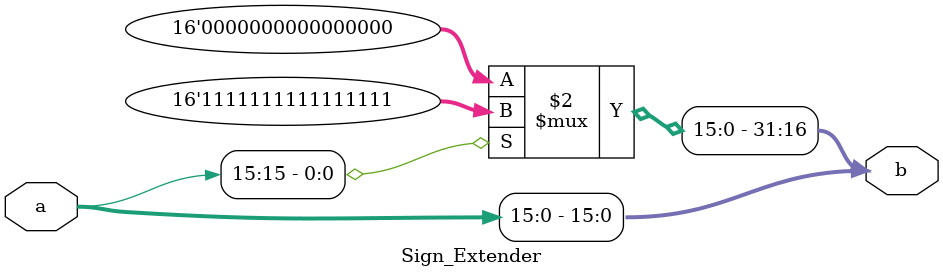
<source format=v>
`timescale 1ns / 1ps
module Sign_Extender(
				input [15:0] a,
				output [31:0] b
    );

	assign b = {a[15] ? 16'hffff : 15'h0 , a};

endmodule

</source>
